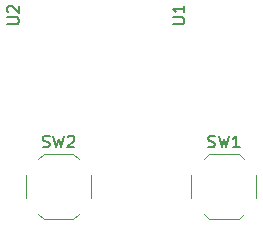
<source format=gbr>
%TF.GenerationSoftware,KiCad,Pcbnew,(5.1.9)-1*%
%TF.CreationDate,2021-05-10T22:24:52+08:00*%
%TF.ProjectId,MultiMifare,4d756c74-694d-4696-9661-72652e6b6963,rev?*%
%TF.SameCoordinates,Original*%
%TF.FileFunction,Legend,Top*%
%TF.FilePolarity,Positive*%
%FSLAX46Y46*%
G04 Gerber Fmt 4.6, Leading zero omitted, Abs format (unit mm)*
G04 Created by KiCad (PCBNEW (5.1.9)-1) date 2021-05-10 22:24:52*
%MOMM*%
%LPD*%
G01*
G04 APERTURE LIST*
%ADD10C,0.120000*%
%ADD11C,0.150000*%
G04 APERTURE END LIST*
D10*
%TO.C,SW2*%
X155300000Y-136800000D02*
X155750000Y-137250000D01*
X158700000Y-136800000D02*
X158250000Y-137250000D01*
X158700000Y-132200000D02*
X158250000Y-131750000D01*
X155300000Y-132200000D02*
X155750000Y-131750000D01*
X159750000Y-133500000D02*
X159750000Y-135500000D01*
X155750000Y-137250000D02*
X158250000Y-137250000D01*
X154250000Y-133500000D02*
X154250000Y-135500000D01*
X155750000Y-131750000D02*
X158250000Y-131750000D01*
%TO.C,SW1*%
X169300000Y-136800000D02*
X169750000Y-137250000D01*
X172700000Y-136800000D02*
X172250000Y-137250000D01*
X172700000Y-132200000D02*
X172250000Y-131750000D01*
X169300000Y-132200000D02*
X169750000Y-131750000D01*
X173750000Y-133500000D02*
X173750000Y-135500000D01*
X169750000Y-137250000D02*
X172250000Y-137250000D01*
X168250000Y-133500000D02*
X168250000Y-135500000D01*
X169750000Y-131750000D02*
X172250000Y-131750000D01*
%TO.C,U2*%
D11*
X152652380Y-120761904D02*
X153461904Y-120761904D01*
X153557142Y-120714285D01*
X153604761Y-120666666D01*
X153652380Y-120571428D01*
X153652380Y-120380952D01*
X153604761Y-120285714D01*
X153557142Y-120238095D01*
X153461904Y-120190476D01*
X152652380Y-120190476D01*
X152747619Y-119761904D02*
X152700000Y-119714285D01*
X152652380Y-119619047D01*
X152652380Y-119380952D01*
X152700000Y-119285714D01*
X152747619Y-119238095D01*
X152842857Y-119190476D01*
X152938095Y-119190476D01*
X153080952Y-119238095D01*
X153652380Y-119809523D01*
X153652380Y-119190476D01*
%TO.C,U1*%
X166652380Y-120761904D02*
X167461904Y-120761904D01*
X167557142Y-120714285D01*
X167604761Y-120666666D01*
X167652380Y-120571428D01*
X167652380Y-120380952D01*
X167604761Y-120285714D01*
X167557142Y-120238095D01*
X167461904Y-120190476D01*
X166652380Y-120190476D01*
X167652380Y-119190476D02*
X167652380Y-119761904D01*
X167652380Y-119476190D02*
X166652380Y-119476190D01*
X166795238Y-119571428D01*
X166890476Y-119666666D01*
X166938095Y-119761904D01*
%TO.C,SW2*%
X155666666Y-131154761D02*
X155809523Y-131202380D01*
X156047619Y-131202380D01*
X156142857Y-131154761D01*
X156190476Y-131107142D01*
X156238095Y-131011904D01*
X156238095Y-130916666D01*
X156190476Y-130821428D01*
X156142857Y-130773809D01*
X156047619Y-130726190D01*
X155857142Y-130678571D01*
X155761904Y-130630952D01*
X155714285Y-130583333D01*
X155666666Y-130488095D01*
X155666666Y-130392857D01*
X155714285Y-130297619D01*
X155761904Y-130250000D01*
X155857142Y-130202380D01*
X156095238Y-130202380D01*
X156238095Y-130250000D01*
X156571428Y-130202380D02*
X156809523Y-131202380D01*
X157000000Y-130488095D01*
X157190476Y-131202380D01*
X157428571Y-130202380D01*
X157761904Y-130297619D02*
X157809523Y-130250000D01*
X157904761Y-130202380D01*
X158142857Y-130202380D01*
X158238095Y-130250000D01*
X158285714Y-130297619D01*
X158333333Y-130392857D01*
X158333333Y-130488095D01*
X158285714Y-130630952D01*
X157714285Y-131202380D01*
X158333333Y-131202380D01*
%TO.C,SW1*%
X169666666Y-131154761D02*
X169809523Y-131202380D01*
X170047619Y-131202380D01*
X170142857Y-131154761D01*
X170190476Y-131107142D01*
X170238095Y-131011904D01*
X170238095Y-130916666D01*
X170190476Y-130821428D01*
X170142857Y-130773809D01*
X170047619Y-130726190D01*
X169857142Y-130678571D01*
X169761904Y-130630952D01*
X169714285Y-130583333D01*
X169666666Y-130488095D01*
X169666666Y-130392857D01*
X169714285Y-130297619D01*
X169761904Y-130250000D01*
X169857142Y-130202380D01*
X170095238Y-130202380D01*
X170238095Y-130250000D01*
X170571428Y-130202380D02*
X170809523Y-131202380D01*
X171000000Y-130488095D01*
X171190476Y-131202380D01*
X171428571Y-130202380D01*
X172333333Y-131202380D02*
X171761904Y-131202380D01*
X172047619Y-131202380D02*
X172047619Y-130202380D01*
X171952380Y-130345238D01*
X171857142Y-130440476D01*
X171761904Y-130488095D01*
%TD*%
M02*

</source>
